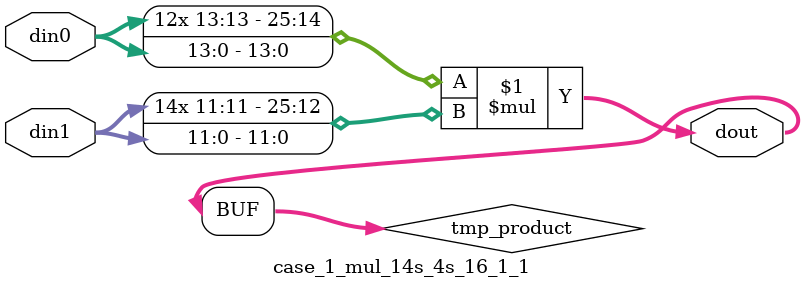
<source format=v>

`timescale 1 ns / 1 ps

 module case_1_mul_14s_4s_16_1_1(din0, din1, dout);
parameter ID = 1;
parameter NUM_STAGE = 0;
parameter din0_WIDTH = 14;
parameter din1_WIDTH = 12;
parameter dout_WIDTH = 26;

input [din0_WIDTH - 1 : 0] din0; 
input [din1_WIDTH - 1 : 0] din1; 
output [dout_WIDTH - 1 : 0] dout;

wire signed [dout_WIDTH - 1 : 0] tmp_product;



























assign tmp_product = $signed(din0) * $signed(din1);








assign dout = tmp_product;





















endmodule

</source>
